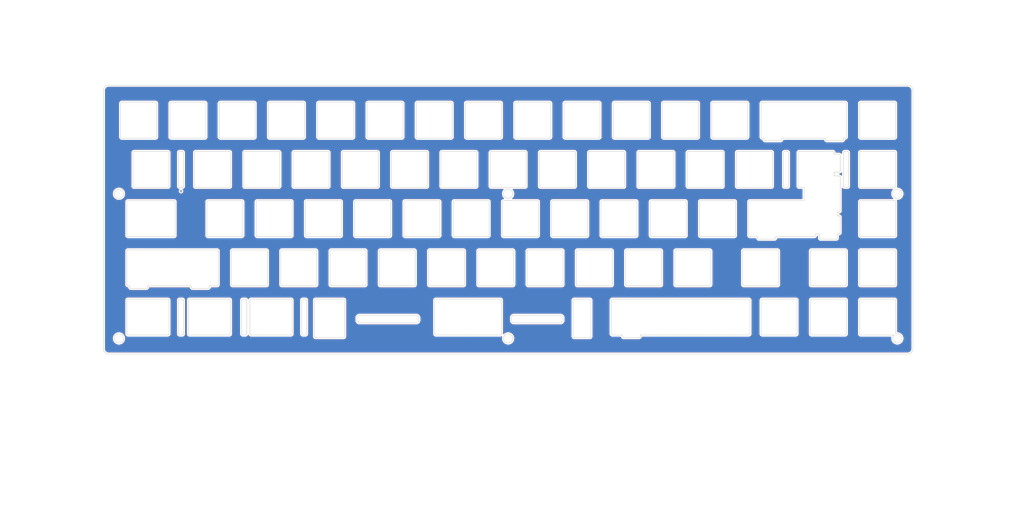
<source format=kicad_pcb>
(kicad_pcb (version 20171130) (host pcbnew "(5.1.10-6-gecec324121)-1")
  (layers (0 F.Cu signal) (31 B.Cu signal) (34 B.Paste user) (35 F.Paste user) (36 B.SilkS user) (37 F.SilkS user) (38 B.Mask user) (39 F.Mask user) (44 Edge.Cuts user))
  (net 0 "")
  (module "graphics:12x10logo solder" (layer F.Cu) (at 110.8 83.25)
    (fp_text reference G*** hide)
    (fp_text value LOGO hide)
  )
  (gr_arc (start 158.75 91) (end 157.75 91) (angle -90) (layer Edge.Cuts) (width 0.2))
  (gr_line (start 177.75 90) (end 177.75 91) (layer Edge.Cuts) (width 0.2))
  (gr_line (start 157.75 91) (end 157.75 90) (layer Edge.Cuts) (width 0.2))
  (gr_line (start 176.75 92) (end 158.75 92) (layer Edge.Cuts) (width 0.2))
  (gr_arc (start 176.75 90) (end 177.75 90) (angle -90) (layer Edge.Cuts) (width 0.2))
  (gr_arc (start 158.75 90) (end 158.75 89) (angle -90) (layer Edge.Cuts) (width 0.2))
  (gr_line (start 158.75 89) (end 176.75 89) (layer Edge.Cuts) (width 0.2))
  (gr_arc (start 176.75 91) (end 176.75 92) (angle -90) (layer Edge.Cuts) (width 0.2))
  (gr_arc (start 121 90) (end 122 90) (angle -90) (layer Edge.Cuts) (width 0.2))
  (gr_arc (start 121 91) (end 121 92) (angle -90) (layer Edge.Cuts) (width 0.2))
  (gr_arc (start 99 91) (end 98 91) (angle -90) (layer Edge.Cuts) (width 0.2))
  (gr_arc (start 99 90) (end 99 89) (angle -90) (layer Edge.Cuts) (width 0.2))
  (gr_line (start 98 91) (end 98 90) (layer Edge.Cuts) (width 0.2))
  (gr_line (start 121 92) (end 99 92) (layer Edge.Cuts) (width 0.2))
  (gr_line (start 122 90) (end 122 91) (layer Edge.Cuts) (width 0.2))
  (gr_line (start 99 89) (end 121 89) (layer Edge.Cuts) (width 0.2))
  (gr_arc (start 307 98) (end 305.7 96.725) (angle -334.6295508) (layer Edge.Cuts) (width 0.2))
  (gr_circle (center 307 42) (end 308.8 42) (layer Edge.Cuts) (width 0.2))
  (gr_circle (center 156.5 42) (end 158.3 42) (layer Edge.Cuts) (width 0.2))
  (gr_circle (center 156.5 98) (end 158.3 98) (layer Edge.Cuts) (width 0.2))
  (gr_circle (center 6 98) (end 7.8 98) (layer Edge.Cuts) (width 0.2))
  (gr_circle (center 6 42) (end 7.8 42) (layer Edge.Cuts) (width 0.2))
  (gr_arc (start 140.475 20.025) (end 139.975 20.025) (angle -90) (layer Edge.Cuts) (width 0.2))
  (gr_line (start 134.424999 6.525) (end 121.425 6.525) (layer Edge.Cuts) (width 0.2))
  (gr_arc (start 115.375 7.025) (end 115.875 7.025) (angle -90) (layer Edge.Cuts) (width 0.2))
  (gr_arc (start 134.424999 7.025) (end 134.924999 7.025) (angle -90) (layer Edge.Cuts) (width 0.2))
  (gr_arc (start 134.424999 20.025) (end 134.424999 20.525) (angle -90) (layer Edge.Cuts) (width 0.2))
  (gr_arc (start 121.425 20.025) (end 120.925 20.025) (angle -90) (layer Edge.Cuts) (width 0.2))
  (gr_line (start 101.875 7.025) (end 101.875 20.025) (layer Edge.Cuts) (width 0.2))
  (gr_line (start 115.875 20.025) (end 115.875 7.025) (layer Edge.Cuts) (width 0.2))
  (gr_line (start 96.825 20.025) (end 96.825 7.025) (layer Edge.Cuts) (width 0.2))
  (gr_arc (start 115.375 20.025) (end 115.375 20.525) (angle -90) (layer Edge.Cuts) (width 0.2))
  (gr_arc (start 102.375 20.025) (end 101.875 20.025) (angle -90) (layer Edge.Cuts) (width 0.2))
  (gr_line (start 134.924999 20.025) (end 134.924999 7.025) (layer Edge.Cuts) (width 0.2))
  (gr_line (start 115.375 6.525) (end 102.375 6.525) (layer Edge.Cuts) (width 0.2))
  (gr_arc (start 153.475 7.025) (end 153.975 7.025) (angle -90) (layer Edge.Cuts) (width 0.2))
  (gr_line (start 102.375 20.525) (end 115.375 20.525) (layer Edge.Cuts) (width 0.2))
  (gr_arc (start 102.375 7.025) (end 102.375 6.525) (angle -90) (layer Edge.Cuts) (width 0.2))
  (gr_line (start 120.925 7.025) (end 120.925 20.025) (layer Edge.Cuts) (width 0.2))
  (gr_arc (start 153.475 20.025) (end 153.475 20.525) (angle -90) (layer Edge.Cuts) (width 0.2))
  (gr_line (start 121.425 20.525) (end 134.424999 20.525) (layer Edge.Cuts) (width 0.2))
  (gr_line (start 82.825 7.025) (end 82.825 20.025) (layer Edge.Cuts) (width 0.2))
  (gr_arc (start 121.425 7.025) (end 121.425 6.525) (angle -90) (layer Edge.Cuts) (width 0.2))
  (gr_line (start 96.325 6.525) (end 83.325 6.525) (layer Edge.Cuts) (width 0.2))
  (gr_arc (start 140.475 7.025) (end 140.475 6.525) (angle -90) (layer Edge.Cuts) (width 0.2))
  (gr_line (start 292.375 26.075) (end 292.375 39.075) (layer Edge.Cuts) (width 0.2))
  (gr_arc (start 59.5125 58.125) (end 59.0125 58.125) (angle -90) (layer Edge.Cuts) (width 0.2))
  (gr_arc (start 9.50625 45.125) (end 9.50625 44.625) (angle -90) (layer Edge.Cuts) (width 0.2))
  (gr_line (start 39.9625 45.125) (end 39.9625 58.125) (layer Edge.Cuts) (width 0.2))
  (gr_line (start 53.9625 58.125) (end 53.9625 45.125) (layer Edge.Cuts) (width 0.2))
  (gr_arc (start 305.875 26.075) (end 306.375 26.075) (angle -90) (layer Edge.Cuts) (width 0.2))
  (gr_line (start 275.41875 57.538) (end 276.85675 57.538) (layer Edge.Cuts) (width 0.2))
  (gr_line (start 53.4625 44.625) (end 40.4625 44.625) (layer Edge.Cuts) (width 0.2))
  (gr_arc (start 284.44375 57.038) (end 284.44375 57.538) (angle -90) (layer Edge.Cuts) (width 0.2))
  (gr_line (start 284.94375 57.038) (end 284.94375 51.037999) (layer Edge.Cuts) (width 0.2))
  (gr_line (start 40.4625 58.625) (end 53.4625 58.625) (layer Edge.Cuts) (width 0.2))
  (gr_arc (start 40.4625 45.125) (end 40.4625 44.625) (angle -90) (layer Edge.Cuts) (width 0.2))
  (gr_arc (start 53.4625 45.125) (end 53.9625 45.125) (angle -90) (layer Edge.Cuts) (width 0.2))
  (gr_arc (start 53.4625 58.125) (end 53.4625 58.625) (angle -90) (layer Edge.Cuts) (width 0.2))
  (gr_line (start 292.875 39.575) (end 305.875 39.575) (layer Edge.Cuts) (width 0.2))
  (gr_line (start 284.44375 50.537999) (end 283.85675 50.537999) (layer Edge.Cuts) (width 0.2))
  (gr_arc (start 40.4625 58.125) (end 39.9625 58.125) (angle -90) (layer Edge.Cuts) (width 0.2))
  (gr_line (start 9.00625 45.125) (end 9.00625 58.125) (layer Edge.Cuts) (width 0.2))
  (gr_line (start 9.50625 58.625) (end 14.26875 58.625) (layer Edge.Cuts) (width 0.2))
  (gr_line (start 283.85675 49.1) (end 284.44375 49.1) (layer Edge.Cuts) (width 0.2))
  (gr_line (start 305.875 25.575) (end 292.875 25.575) (layer Edge.Cuts) (width 0.2))
  (gr_line (start 14.26875 58.625) (end 22.50625 58.625) (layer Edge.Cuts) (width 0.2))
  (gr_line (start 22.50625 58.625) (end 27.26875 58.625) (layer Edge.Cuts) (width 0.2))
  (gr_line (start 284.44375 26.662) (end 282.5625 26.662) (layer Edge.Cuts) (width 0.2))
  (gr_line (start 306.375 39.075) (end 306.375 26.075) (layer Edge.Cuts) (width 0.2))
  (gr_line (start 284.94375 33.162) (end 284.94375 27.162) (layer Edge.Cuts) (width 0.2))
  (gr_line (start 284.44375 35.1) (end 282.5625 35.1) (layer Edge.Cuts) (width 0.2))
  (gr_arc (start 284.44375 33.162) (end 284.44375 33.662) (angle -90) (layer Edge.Cuts) (width 0.2))
  (gr_line (start 283.85675 57.538) (end 284.44375 57.538) (layer Edge.Cuts) (width 0.2))
  (gr_line (start 27.76875 58.125) (end 27.76875 45.125) (layer Edge.Cuts) (width 0.2))
  (gr_line (start 22.50625 44.625) (end 14.26875 44.625) (layer Edge.Cuts) (width 0.2))
  (gr_arc (start 292.875 39.075) (end 292.375 39.075) (angle -90) (layer Edge.Cuts) (width 0.2))
  (gr_arc (start 284.44375 51.037999) (end 284.94375 51.037999) (angle -90) (layer Edge.Cuts) (width 0.2))
  (gr_line (start 270.94375 39.575) (end 270.94375 44.625) (layer Edge.Cuts) (width 0.2))
  (gr_line (start 284.94375 48.6) (end 284.94375 35.6) (layer Edge.Cuts) (width 0.2))
  (gr_line (start 14.26875 44.625) (end 9.50625 44.625) (layer Edge.Cuts) (width 0.2))
  (gr_arc (start 9.50625 58.125) (end 9.00625 58.125) (angle -90) (layer Edge.Cuts) (width 0.2))
  (gr_arc (start 292.875 26.075) (end 292.875 25.575) (angle -90) (layer Edge.Cuts) (width 0.2))
  (gr_line (start 27.26875 44.625) (end 22.50625 44.625) (layer Edge.Cuts) (width 0.2))
  (gr_arc (start 27.26875 45.125) (end 27.76875 45.125) (angle -90) (layer Edge.Cuts) (width 0.2))
  (gr_line (start 282.5625 33.662) (end 284.44375 33.662) (layer Edge.Cuts) (width 0.2))
  (gr_arc (start 27.26875 58.125) (end 27.26875 58.625) (angle -90) (layer Edge.Cuts) (width 0.2))
  (gr_arc (start 305.875 39.075) (end 305.875 39.575) (angle -90) (layer Edge.Cuts) (width 0.2))
  (gr_arc (start 284.44375 27.162) (end 284.94375 27.162) (angle -90) (layer Edge.Cuts) (width 0.2))
  (gr_line (start 258.25 25.575) (end 245.25 25.575) (layer Edge.Cuts) (width 0.2))
  (gr_arc (start 239.2 39.075) (end 239.2 39.575) (angle -90) (layer Edge.Cuts) (width 0.2))
  (gr_line (start 287.6625 25.575) (end 286.6625 25.575) (layer Edge.Cuts) (width 0.2))
  (gr_arc (start 286.6625 39.075) (end 286.1625 39.075) (angle -90) (layer Edge.Cuts) (width 0.2))
  (gr_arc (start 263.4625 39.075) (end 262.9625 39.075) (angle -90) (layer Edge.Cuts) (width 0.2))
  (gr_line (start 239.7 39.075) (end 239.7 26.075) (layer Edge.Cuts) (width 0.2))
  (gr_arc (start 226.2 26.075) (end 226.2 25.575) (angle -90) (layer Edge.Cuts) (width 0.2))
  (gr_line (start 264.9625 39.075) (end 264.9625 26.075) (layer Edge.Cuts) (width 0.2))
  (gr_line (start 239.2 25.575) (end 226.2 25.575) (layer Edge.Cuts) (width 0.2))
  (gr_arc (start 287.6625 39.075) (end 287.6625 39.575) (angle -90) (layer Edge.Cuts) (width 0.2))
  (gr_line (start 269.062499 39.575) (end 270.94375 39.575) (layer Edge.Cuts) (width 0.2))
  (gr_arc (start 287.6625 26.075) (end 288.1625 26.075) (angle -90) (layer Edge.Cuts) (width 0.2))
  (gr_line (start 282.5625 26.662) (end 282.5625 26.075) (layer Edge.Cuts) (width 0.2))
  (gr_line (start 262.9625 26.075) (end 262.9625 39.075) (layer Edge.Cuts) (width 0.2))
  (gr_line (start 264.4625 25.575) (end 263.4625 25.575) (layer Edge.Cuts) (width 0.2))
  (gr_line (start 244.75 26.075) (end 244.75 39.075) (layer Edge.Cuts) (width 0.2))
  (gr_line (start 245.25 39.575) (end 258.25 39.575) (layer Edge.Cuts) (width 0.2))
  (gr_arc (start 226.2 39.075) (end 225.7 39.075) (angle -90) (layer Edge.Cuts) (width 0.2))
  (gr_line (start 226.2 39.575) (end 239.2 39.575) (layer Edge.Cuts) (width 0.2))
  (gr_arc (start 245.25 39.075) (end 244.75 39.075) (angle -90) (layer Edge.Cuts) (width 0.2))
  (gr_arc (start 264.4625 39.075) (end 264.4625 39.575) (angle -90) (layer Edge.Cuts) (width 0.2))
  (gr_line (start 268.562499 26.075) (end 268.562499 39.075) (layer Edge.Cuts) (width 0.2))
  (gr_line (start 225.7 26.075) (end 225.7 39.075) (layer Edge.Cuts) (width 0.2))
  (gr_line (start 220.15 25.575) (end 207.15 25.575) (layer Edge.Cuts) (width 0.2))
  (gr_arc (start 269.062499 39.075) (end 268.562499 39.075) (angle -90) (layer Edge.Cuts) (width 0.2))
  (gr_arc (start 284.44375 35.6) (end 284.94375 35.6) (angle -90) (layer Edge.Cuts) (width 0.2))
  (gr_line (start 263.4625 39.575) (end 264.4625 39.575) (layer Edge.Cuts) (width 0.2))
  (gr_line (start 286.6625 39.575) (end 287.6625 39.575) (layer Edge.Cuts) (width 0.2))
  (gr_arc (start 284.44375 48.6) (end 284.44375 49.1) (angle -90) (layer Edge.Cuts) (width 0.2))
  (gr_line (start 286.1625 26.075) (end 286.1625 39.075) (layer Edge.Cuts) (width 0.2))
  (gr_line (start 288.1625 39.075) (end 288.1625 26.075) (layer Edge.Cuts) (width 0.2))
  (gr_arc (start 264.4625 26.075) (end 264.9625 26.075) (angle -90) (layer Edge.Cuts) (width 0.2))
  (gr_line (start 282.5625 35.1) (end 282.5625 33.662) (layer Edge.Cuts) (width 0.2))
  (gr_arc (start 239.2 26.075) (end 239.7 26.075) (angle -90) (layer Edge.Cuts) (width 0.2))
  (gr_line (start 220.65 39.075) (end 220.65 26.075) (layer Edge.Cuts) (width 0.2))
  (gr_line (start 207.15 39.575) (end 220.15 39.575) (layer Edge.Cuts) (width 0.2))
  (gr_arc (start 286.6625 26.075) (end 286.6625 25.575) (angle -90) (layer Edge.Cuts) (width 0.2))
  (gr_arc (start 269.062499 26.075) (end 269.062499 25.575) (angle -90) (layer Edge.Cuts) (width 0.2))
  (gr_arc (start 263.4625 26.075) (end 263.4625 25.575) (angle -90) (layer Edge.Cuts) (width 0.2))
  (gr_line (start 282.0625 25.575) (end 269.062499 25.575) (layer Edge.Cuts) (width 0.2))
  (gr_arc (start 245.25 26.075) (end 245.25 25.575) (angle -90) (layer Edge.Cuts) (width 0.2))
  (gr_arc (start 258.25 39.075) (end 258.25 39.575) (angle -90) (layer Edge.Cuts) (width 0.2))
  (gr_line (start 206.65 26.075) (end 206.65 39.075) (layer Edge.Cuts) (width 0.2))
  (gr_arc (start 282.0625 26.075) (end 282.5625 26.075) (angle -90) (layer Edge.Cuts) (width 0.2))
  (gr_arc (start 258.25 26.075) (end 258.75 26.075) (angle -90) (layer Edge.Cuts) (width 0.2))
  (gr_line (start 258.75 39.075) (end 258.75 26.075) (layer Edge.Cuts) (width 0.2))
  (gr_arc (start 169.05 26.075) (end 169.05 25.575) (angle -90) (layer Edge.Cuts) (width 0.2))
  (gr_arc (start 150 39.075) (end 149.5 39.075) (angle -90) (layer Edge.Cuts) (width 0.2))
  (gr_line (start 149.5 26.075) (end 149.5 39.075) (layer Edge.Cuts) (width 0.2))
  (gr_arc (start 150 26.075) (end 150 25.575) (angle -90) (layer Edge.Cuts) (width 0.2))
  (gr_arc (start 130.95 39.075) (end 130.45 39.075) (angle -90) (layer Edge.Cuts) (width 0.2))
  (gr_arc (start 163 26.075) (end 163.5 26.075) (angle -90) (layer Edge.Cuts) (width 0.2))
  (gr_line (start 111.9 39.575) (end 124.9 39.575) (layer Edge.Cuts) (width 0.2))
  (gr_line (start 92.35 26.075) (end 92.35 39.075) (layer Edge.Cuts) (width 0.2))
  (gr_line (start 130.95 39.575) (end 143.95 39.575) (layer Edge.Cuts) (width 0.2))
  (gr_arc (start 111.9 39.075) (end 111.4 39.075) (angle -90) (layer Edge.Cuts) (width 0.2))
  (gr_line (start 188.1 39.575) (end 201.1 39.575) (layer Edge.Cuts) (width 0.2))
  (gr_arc (start 220.15 26.075) (end 220.65 26.075) (angle -90) (layer Edge.Cuts) (width 0.2))
  (gr_arc (start 201.1 26.075) (end 201.6 26.075) (angle -90) (layer Edge.Cuts) (width 0.2))
  (gr_arc (start 201.1 39.075) (end 201.1 39.575) (angle -90) (layer Edge.Cuts) (width 0.2))
  (gr_line (start 130.45 26.075) (end 130.45 39.075) (layer Edge.Cuts) (width 0.2))
  (gr_line (start 182.55 39.075) (end 182.55 26.075) (layer Edge.Cuts) (width 0.2))
  (gr_line (start 169.05 39.575) (end 182.05 39.575) (layer Edge.Cuts) (width 0.2))
  (gr_arc (start 182.05 26.075) (end 182.55 26.075) (angle -90) (layer Edge.Cuts) (width 0.2))
  (gr_line (start 163.5 39.075) (end 163.5 26.075) (layer Edge.Cuts) (width 0.2))
  (gr_line (start 144.45 39.075) (end 144.45 26.075) (layer Edge.Cuts) (width 0.2))
  (gr_arc (start 143.95 39.075) (end 143.95 39.575) (angle -90) (layer Edge.Cuts) (width 0.2))
  (gr_arc (start 130.95 26.075) (end 130.95 25.575) (angle -90) (layer Edge.Cuts) (width 0.2))
  (gr_arc (start 111.9 26.075) (end 111.9 25.575) (angle -90) (layer Edge.Cuts) (width 0.2))
  (gr_line (start 150 39.575) (end 163 39.575) (layer Edge.Cuts) (width 0.2))
  (gr_line (start 111.4 26.075) (end 111.4 39.075) (layer Edge.Cuts) (width 0.2))
  (gr_arc (start 124.9 39.075) (end 124.9 39.575) (angle -90) (layer Edge.Cuts) (width 0.2))
  (gr_arc (start 220.15 39.075) (end 220.15 39.575) (angle -90) (layer Edge.Cuts) (width 0.2))
  (gr_arc (start 182.05 39.075) (end 182.05 39.575) (angle -90) (layer Edge.Cuts) (width 0.2))
  (gr_line (start 125.4 39.075) (end 125.4 26.075) (layer Edge.Cuts) (width 0.2))
  (gr_line (start 201.1 25.575) (end 188.1 25.575) (layer Edge.Cuts) (width 0.2))
  (gr_line (start 201.6 39.075) (end 201.6 26.075) (layer Edge.Cuts) (width 0.2))
  (gr_arc (start 188.1 26.075) (end 188.1 25.575) (angle -90) (layer Edge.Cuts) (width 0.2))
  (gr_line (start 187.6 26.075) (end 187.6 39.075) (layer Edge.Cuts) (width 0.2))
  (gr_arc (start 188.1 39.075) (end 187.6 39.075) (angle -90) (layer Edge.Cuts) (width 0.2))
  (gr_arc (start 163 39.075) (end 163 39.575) (angle -90) (layer Edge.Cuts) (width 0.2))
  (gr_line (start 106.35 39.075) (end 106.35 26.075) (layer Edge.Cuts) (width 0.2))
  (gr_line (start 182.05 25.575) (end 169.05 25.575) (layer Edge.Cuts) (width 0.2))
  (gr_arc (start 169.05 39.075) (end 168.55 39.075) (angle -90) (layer Edge.Cuts) (width 0.2))
  (gr_arc (start 143.95 26.075) (end 144.45 26.075) (angle -90) (layer Edge.Cuts) (width 0.2))
  (gr_line (start 143.95 25.575) (end 130.95 25.575) (layer Edge.Cuts) (width 0.2))
  (gr_line (start 163 25.575) (end 150 25.575) (layer Edge.Cuts) (width 0.2))
  (gr_line (start 124.9 25.575) (end 111.9 25.575) (layer Edge.Cuts) (width 0.2))
  (gr_arc (start 124.9 26.075) (end 125.4 26.075) (angle -90) (layer Edge.Cuts) (width 0.2))
  (gr_arc (start 207.15 26.075) (end 207.15 25.575) (angle -90) (layer Edge.Cuts) (width 0.2))
  (gr_arc (start 207.15 39.075) (end 206.65 39.075) (angle -90) (layer Edge.Cuts) (width 0.2))
  (gr_line (start 168.55 26.075) (end 168.55 39.075) (layer Edge.Cuts) (width 0.2))
  (gr_line (start 197.125 7.025) (end 197.125 20.025) (layer Edge.Cuts) (width 0.2))
  (gr_arc (start 248.725 20.025) (end 248.725 20.525) (angle -90) (layer Edge.Cuts) (width 0.2))
  (gr_line (start 235.725 20.525) (end 248.725 20.525) (layer Edge.Cuts) (width 0.2))
  (gr_arc (start 235.725 20.025) (end 235.225 20.025) (angle -90) (layer Edge.Cuts) (width 0.2))
  (gr_line (start 216.175 7.025) (end 216.175 20.025) (layer Edge.Cuts) (width 0.2))
  (gr_line (start 230.175 20.025) (end 230.175 7.025) (layer Edge.Cuts) (width 0.2))
  (gr_arc (start 216.675 7.025) (end 216.675 6.525) (angle -90) (layer Edge.Cuts) (width 0.2))
  (gr_line (start 211.125 20.025) (end 211.125 7.025) (layer Edge.Cuts) (width 0.2))
  (gr_arc (start 216.675 20.025) (end 216.175 20.025) (angle -90) (layer Edge.Cuts) (width 0.2))
  (gr_line (start 216.675 20.525) (end 229.675 20.525) (layer Edge.Cuts) (width 0.2))
  (gr_arc (start 229.675 7.025) (end 230.175 7.025) (angle -90) (layer Edge.Cuts) (width 0.2))
  (gr_line (start 210.625 6.525) (end 197.625 6.525) (layer Edge.Cuts) (width 0.2))
  (gr_arc (start 229.675 20.025) (end 229.675 20.525) (angle -90) (layer Edge.Cuts) (width 0.2))
  (gr_arc (start 197.625 7.025) (end 197.625 6.525) (angle -90) (layer Edge.Cuts) (width 0.2))
  (gr_line (start 235.225 7.025) (end 235.225 20.025) (layer Edge.Cuts) (width 0.2))
  (gr_line (start 197.625 20.525) (end 210.625 20.525) (layer Edge.Cuts) (width 0.2))
  (gr_line (start 229.675 6.525) (end 216.675 6.525) (layer Edge.Cuts) (width 0.2))
  (gr_arc (start 254.775 7.025) (end 254.775 6.525) (angle -90) (layer Edge.Cuts) (width 0.2))
  (gr_arc (start 254.775 20.025) (end 254.275 20.025) (angle -90) (layer Edge.Cuts) (width 0.2))
  (gr_line (start 249.225 20.025) (end 249.225 7.025) (layer Edge.Cuts) (width 0.2))
  (gr_arc (start 248.725 7.025) (end 249.225 7.025) (angle -90) (layer Edge.Cuts) (width 0.2))
  (gr_line (start 248.725 6.525) (end 235.725 6.525) (layer Edge.Cuts) (width 0.2))
  (gr_arc (start 235.725 7.025) (end 235.725 6.525) (angle -90) (layer Edge.Cuts) (width 0.2))
  (gr_arc (start 224.9125 45.125) (end 225.4125 45.125) (angle -90) (layer Edge.Cuts) (width 0.2))
  (gr_line (start 230.4625 45.125) (end 230.4625 58.125) (layer Edge.Cuts) (width 0.2))
  (gr_line (start 243.9625 44.625) (end 230.9625 44.625) (layer Edge.Cuts) (width 0.2))
  (gr_line (start 230.9625 58.625) (end 243.9625 58.625) (layer Edge.Cuts) (width 0.2))
  (gr_line (start 224.9125 44.625) (end 211.9125 44.625) (layer Edge.Cuts) (width 0.2))
  (gr_line (start 225.4125 58.125) (end 225.4125 45.125) (layer Edge.Cuts) (width 0.2))
  (gr_line (start 270.94375 44.625) (end 263.0125 44.625) (layer Edge.Cuts) (width 0.2))
  (gr_line (start 263.0125 58.625) (end 274.91875 58.625) (layer Edge.Cuts) (width 0.2))
  (gr_arc (start 243.9625 58.125) (end 243.9625 58.625) (angle -90) (layer Edge.Cuts) (width 0.2))
  (gr_line (start 211.9125 58.625) (end 224.9125 58.625) (layer Edge.Cuts) (width 0.2))
  (gr_arc (start 243.9625 45.125) (end 244.4625 45.125) (angle -90) (layer Edge.Cuts) (width 0.2))
  (gr_line (start 211.4125 45.125) (end 211.4125 58.125) (layer Edge.Cuts) (width 0.2))
  (gr_line (start 252.98075 58.625) (end 252.98075 59.125) (layer Edge.Cuts) (width 0.2))
  (gr_line (start 259.98075 59.125) (end 259.98075 58.625) (layer Edge.Cuts) (width 0.2))
  (gr_line (start 259.48075 44.625) (end 253.48075 44.625) (layer Edge.Cuts) (width 0.2))
  (gr_arc (start 230.9625 45.125) (end 230.9625 44.625) (angle -90) (layer Edge.Cuts) (width 0.2))
  (gr_line (start 253.48075 59.625) (end 259.48075 59.625) (layer Edge.Cuts) (width 0.2))
  (gr_arc (start 259.48075 59.125) (end 259.48075 59.625) (angle -90) (layer Edge.Cuts) (width 0.2))
  (gr_arc (start 253.48075 59.125) (end 252.98075 59.125) (angle -90) (layer Edge.Cuts) (width 0.2))
  (gr_line (start 275.41875 58.125) (end 275.41875 57.538) (layer Edge.Cuts) (width 0.2))
  (gr_line (start 263.0125 44.625) (end 261.91875 44.625) (layer Edge.Cuts) (width 0.2))
  (gr_line (start 261.91875 58.625) (end 263.0125 58.625) (layer Edge.Cuts) (width 0.2))
  (gr_arc (start 224.9125 58.125) (end 224.9125 58.625) (angle -90) (layer Edge.Cuts) (width 0.2))
  (gr_arc (start 274.91875 58.125) (end 274.91875 58.625) (angle -90) (layer Edge.Cuts) (width 0.2))
  (gr_arc (start 230.9625 58.125) (end 230.4625 58.125) (angle -90) (layer Edge.Cuts) (width 0.2))
  (gr_line (start 244.4625 58.125) (end 244.4625 45.125) (layer Edge.Cuts) (width 0.2))
  (gr_arc (start 211.9125 45.125) (end 211.9125 44.625) (angle -90) (layer Edge.Cuts) (width 0.2))
  (gr_line (start 186.8125 44.625) (end 173.8125 44.625) (layer Edge.Cuts) (width 0.2))
  (gr_line (start 173.8125 58.625) (end 186.8125 58.625) (layer Edge.Cuts) (width 0.2))
  (gr_arc (start 129.6625 58.125) (end 129.6625 58.625) (angle -90) (layer Edge.Cuts) (width 0.2))
  (gr_arc (start 173.8125 45.125) (end 173.8125 44.625) (angle -90) (layer Edge.Cuts) (width 0.2))
  (gr_arc (start 186.8125 45.125) (end 187.3125 45.125) (angle -90) (layer Edge.Cuts) (width 0.2))
  (gr_arc (start 186.8125 58.125) (end 186.8125 58.625) (angle -90) (layer Edge.Cuts) (width 0.2))
  (gr_line (start 135.7125 58.625) (end 148.7125 58.625) (layer Edge.Cuts) (width 0.2))
  (gr_line (start 154.2625 45.125) (end 154.2625 58.125) (layer Edge.Cuts) (width 0.2))
  (gr_arc (start 135.7125 58.125) (end 135.2125 58.125) (angle -90) (layer Edge.Cuts) (width 0.2))
  (gr_arc (start 116.6625 45.125) (end 116.6625 44.625) (angle -90) (layer Edge.Cuts) (width 0.2))
  (gr_line (start 78.0625 45.125) (end 78.0625 58.125) (layer Edge.Cuts) (width 0.2))
  (gr_arc (start 154.7625 58.125) (end 154.2625 58.125) (angle -90) (layer Edge.Cuts) (width 0.2))
  (gr_line (start 116.6625 58.625) (end 129.6625 58.625) (layer Edge.Cuts) (width 0.2))
  (gr_line (start 72.5125 44.625) (end 59.5125 44.625) (layer Edge.Cuts) (width 0.2))
  (gr_line (start 167.7625 44.625) (end 154.7625 44.625) (layer Edge.Cuts) (width 0.2))
  (gr_arc (start 110.6125 45.125) (end 111.1125 45.125) (angle -90) (layer Edge.Cuts) (width 0.2))
  (gr_arc (start 78.5625 58.125) (end 78.0625 58.125) (angle -90) (layer Edge.Cuts) (width 0.2))
  (gr_arc (start 116.6625 58.125) (end 116.1625 58.125) (angle -90) (layer Edge.Cuts) (width 0.2))
  (gr_line (start 97.6125 58.625) (end 110.6125 58.625) (layer Edge.Cuts) (width 0.2))
  (gr_line (start 92.0625 58.125) (end 92.0625 45.125) (layer Edge.Cuts) (width 0.2))
  (gr_arc (start 72.5125 45.125) (end 73.0125 45.125) (angle -90) (layer Edge.Cuts) (width 0.2))
  (gr_arc (start 154.7625 45.125) (end 154.7625 44.625) (angle -90) (layer Edge.Cuts) (width 0.2))
  (gr_line (start 135.2125 45.125) (end 135.2125 58.125) (layer Edge.Cuts) (width 0.2))
  (gr_arc (start 78.5625 45.125) (end 78.5625 44.625) (angle -90) (layer Edge.Cuts) (width 0.2))
  (gr_arc (start 97.6125 45.125) (end 97.6125 44.625) (angle -90) (layer Edge.Cuts) (width 0.2))
  (gr_arc (start 72.5125 58.125) (end 72.5125 58.625) (angle -90) (layer Edge.Cuts) (width 0.2))
  (gr_line (start 148.7125 44.625) (end 135.7125 44.625) (layer Edge.Cuts) (width 0.2))
  (gr_line (start 59.0125 45.125) (end 59.0125 58.125) (layer Edge.Cuts) (width 0.2))
  (gr_line (start 116.1625 45.125) (end 116.1625 58.125) (layer Edge.Cuts) (width 0.2))
  (gr_line (start 78.5625 58.625) (end 91.5625 58.625) (layer Edge.Cuts) (width 0.2))
  (gr_line (start 97.1125 45.125) (end 97.1125 58.125) (layer Edge.Cuts) (width 0.2))
  (gr_line (start 91.5625 44.625) (end 78.5625 44.625) (layer Edge.Cuts) (width 0.2))
  (gr_line (start 168.2625 58.125) (end 168.2625 45.125) (layer Edge.Cuts) (width 0.2))
  (gr_arc (start 135.7125 45.125) (end 135.7125 44.625) (angle -90) (layer Edge.Cuts) (width 0.2))
  (gr_arc (start 167.7625 45.125) (end 168.2625 45.125) (angle -90) (layer Edge.Cuts) (width 0.2))
  (gr_line (start 129.6625 44.625) (end 116.6625 44.625) (layer Edge.Cuts) (width 0.2))
  (gr_arc (start 148.7125 45.125) (end 149.2125 45.125) (angle -90) (layer Edge.Cuts) (width 0.2))
  (gr_line (start 110.6125 44.625) (end 97.6125 44.625) (layer Edge.Cuts) (width 0.2))
  (gr_arc (start 91.5625 45.125) (end 92.0625 45.125) (angle -90) (layer Edge.Cuts) (width 0.2))
  (gr_line (start 73.0125 58.125) (end 73.0125 45.125) (layer Edge.Cuts) (width 0.2))
  (gr_arc (start 59.5125 45.125) (end 59.5125 44.625) (angle -90) (layer Edge.Cuts) (width 0.2))
  (gr_arc (start 110.6125 58.125) (end 110.6125 58.625) (angle -90) (layer Edge.Cuts) (width 0.2))
  (gr_line (start 111.1125 58.125) (end 111.1125 45.125) (layer Edge.Cuts) (width 0.2))
  (gr_line (start 59.5125 58.625) (end 72.5125 58.625) (layer Edge.Cuts) (width 0.2))
  (gr_line (start 154.7625 58.625) (end 167.7625 58.625) (layer Edge.Cuts) (width 0.2))
  (gr_arc (start 91.5625 58.125) (end 91.5625 58.625) (angle -90) (layer Edge.Cuts) (width 0.2))
  (gr_arc (start 211.9125 58.125) (end 211.4125 58.125) (angle -90) (layer Edge.Cuts) (width 0.2))
  (gr_line (start 192.3625 45.125) (end 192.3625 58.125) (layer Edge.Cuts) (width 0.2))
  (gr_arc (start 129.6625 45.125) (end 130.1625 45.125) (angle -90) (layer Edge.Cuts) (width 0.2))
  (gr_arc (start 97.6125 58.125) (end 97.1125 58.125) (angle -90) (layer Edge.Cuts) (width 0.2))
  (gr_line (start 206.3625 58.125) (end 206.3625 45.125) (layer Edge.Cuts) (width 0.2))
  (gr_line (start 205.8625 44.625) (end 192.8625 44.625) (layer Edge.Cuts) (width 0.2))
  (gr_line (start 149.2125 58.125) (end 149.2125 45.125) (layer Edge.Cuts) (width 0.2))
  (gr_line (start 192.8625 58.625) (end 205.8625 58.625) (layer Edge.Cuts) (width 0.2))
  (gr_arc (start 167.7625 58.125) (end 167.7625 58.625) (angle -90) (layer Edge.Cuts) (width 0.2))
  (gr_arc (start 192.8625 45.125) (end 192.8625 44.625) (angle -90) (layer Edge.Cuts) (width 0.2))
  (gr_arc (start 205.8625 45.125) (end 206.3625 45.125) (angle -90) (layer Edge.Cuts) (width 0.2))
  (gr_arc (start 148.7125 58.125) (end 148.7125 58.625) (angle -90) (layer Edge.Cuts) (width 0.2))
  (gr_arc (start 205.8625 58.125) (end 205.8625 58.625) (angle -90) (layer Edge.Cuts) (width 0.2))
  (gr_line (start 130.1625 58.125) (end 130.1625 45.125) (layer Edge.Cuts) (width 0.2))
  (gr_arc (start 173.8125 58.125) (end 173.3125 58.125) (angle -90) (layer Edge.Cuts) (width 0.2))
  (gr_arc (start 192.8625 58.125) (end 192.3625 58.125) (angle -90) (layer Edge.Cuts) (width 0.2))
  (gr_line (start 173.3125 45.125) (end 173.3125 58.125) (layer Edge.Cuts) (width 0.2))
  (gr_line (start 187.3125 58.125) (end 187.3125 45.125) (layer Edge.Cuts) (width 0.2))
  (gr_arc (start 67.75 39.075) (end 67.75 39.575) (angle -90) (layer Edge.Cuts) (width 0.2))
  (gr_arc (start 48.7 39.075) (end 48.7 39.575) (angle -90) (layer Edge.Cuts) (width 0.2))
  (gr_line (start 54.75 39.575) (end 67.75 39.575) (layer Edge.Cuts) (width 0.2))
  (gr_arc (start 73.8 39.075) (end 73.3 39.075) (angle -90) (layer Edge.Cuts) (width 0.2))
  (gr_arc (start 67.75 26.075) (end 68.25 26.075) (angle -90) (layer Edge.Cuts) (width 0.2))
  (gr_line (start 67.75 25.575) (end 54.75 25.575) (layer Edge.Cuts) (width 0.2))
  (gr_arc (start 30.4875 39.075) (end 30.4875 39.575) (angle -90) (layer Edge.Cuts) (width 0.2))
  (gr_line (start 29.4875 39.575) (end 30.4875 39.575) (layer Edge.Cuts) (width 0.2))
  (gr_line (start 105.85 25.575) (end 92.85 25.575) (layer Edge.Cuts) (width 0.2))
  (gr_arc (start 92.85 39.075) (end 92.35 39.075) (angle -90) (layer Edge.Cuts) (width 0.2))
  (gr_line (start 87.3 39.075) (end 87.3 26.075) (layer Edge.Cuts) (width 0.2))
  (gr_line (start 73.3 26.075) (end 73.3 39.075) (layer Edge.Cuts) (width 0.2))
  (gr_arc (start 86.8 39.075) (end 86.8 39.575) (angle -90) (layer Edge.Cuts) (width 0.2))
  (gr_line (start 30.9875 39.075) (end 30.9875 26.075) (layer Edge.Cuts) (width 0.2))
  (gr_arc (start 29.4875 39.075) (end 28.9875 39.075) (angle -90) (layer Edge.Cuts) (width 0.2))
  (gr_line (start 92.85 39.575) (end 105.85 39.575) (layer Edge.Cuts) (width 0.2))
  (gr_arc (start 92.85 26.075) (end 92.85 25.575) (angle -90) (layer Edge.Cuts) (width 0.2))
  (gr_arc (start 105.85 39.075) (end 105.85 39.575) (angle -90) (layer Edge.Cuts) (width 0.2))
  (gr_line (start 28.9875 26.075) (end 28.9875 39.075) (layer Edge.Cuts) (width 0.2))
  (gr_line (start 35.7 39.575) (end 48.7 39.575) (layer Edge.Cuts) (width 0.2))
  (gr_arc (start 105.85 26.075) (end 106.35 26.075) (angle -90) (layer Edge.Cuts) (width 0.2))
  (gr_line (start 86.8 25.575) (end 73.8 25.575) (layer Edge.Cuts) (width 0.2))
  (gr_arc (start 54.75 26.075) (end 54.75 25.575) (angle -90) (layer Edge.Cuts) (width 0.2))
  (gr_line (start 48.7 25.575) (end 35.7 25.575) (layer Edge.Cuts) (width 0.2))
  (gr_arc (start 35.7 39.075) (end 35.2 39.075) (angle -90) (layer Edge.Cuts) (width 0.2))
  (gr_line (start 73.8 39.575) (end 86.8 39.575) (layer Edge.Cuts) (width 0.2))
  (gr_arc (start 73.8 26.075) (end 73.8 25.575) (angle -90) (layer Edge.Cuts) (width 0.2))
  (gr_arc (start 86.8 26.075) (end 87.3 26.075) (angle -90) (layer Edge.Cuts) (width 0.2))
  (gr_arc (start 54.75 39.075) (end 54.25 39.075) (angle -90) (layer Edge.Cuts) (width 0.2))
  (gr_line (start 35.2 26.075) (end 35.2 39.075) (layer Edge.Cuts) (width 0.2))
  (gr_arc (start 30.4875 26.075) (end 30.9875 26.075) (angle -90) (layer Edge.Cuts) (width 0.2))
  (gr_line (start 54.25 26.075) (end 54.25 39.075) (layer Edge.Cuts) (width 0.2))
  (gr_line (start 68.25 39.075) (end 68.25 26.075) (layer Edge.Cuts) (width 0.2))
  (gr_line (start 30.4875 25.575) (end 29.4875 25.575) (layer Edge.Cuts) (width 0.2))
  (gr_line (start 49.2 39.075) (end 49.2 26.075) (layer Edge.Cuts) (width 0.2))
  (gr_arc (start 35.7 26.075) (end 35.7 25.575) (angle -90) (layer Edge.Cuts) (width 0.2))
  (gr_arc (start 48.7 26.075) (end 49.2 26.075) (angle -90) (layer Edge.Cuts) (width 0.2))
  (gr_arc (start 29.4875 26.075) (end 29.4875 25.575) (angle -90) (layer Edge.Cuts) (width 0.2))
  (gr_arc (start 126.1875 64.175) (end 126.1875 63.675) (angle -90) (layer Edge.Cuts) (width 0.2))
  (gr_line (start 106.6375 64.175) (end 106.6375 77.175) (layer Edge.Cuts) (width 0.2))
  (gr_line (start 107.1375 77.675) (end 120.1375 77.675) (layer Edge.Cuts) (width 0.2))
  (gr_arc (start 120.1375 77.175) (end 120.1375 77.675) (angle -90) (layer Edge.Cuts) (width 0.2))
  (gr_arc (start 107.1375 77.175) (end 106.6375 77.175) (angle -90) (layer Edge.Cuts) (width 0.2))
  (gr_line (start 101.5875 77.175) (end 101.5875 64.175) (layer Edge.Cuts) (width 0.2))
  (gr_arc (start 139.1875 64.175) (end 139.6875 64.175) (angle -90) (layer Edge.Cuts) (width 0.2))
  (gr_arc (start 139.1875 77.175) (end 139.1875 77.675) (angle -90) (layer Edge.Cuts) (width 0.2))
  (gr_arc (start 82.0375 64.175) (end 82.5375 64.175) (angle -90) (layer Edge.Cuts) (width 0.2))
  (gr_arc (start 107.1375 64.175) (end 107.1375 63.675) (angle -90) (layer Edge.Cuts) (width 0.2))
  (gr_arc (start 126.1875 77.175) (end 125.6875 77.175) (angle -90) (layer Edge.Cuts) (width 0.2))
  (gr_line (start 101.0875 63.675) (end 88.0875 63.675) (layer Edge.Cuts) (width 0.2))
  (gr_line (start 82.0375 63.675) (end 69.0375 63.675) (layer Edge.Cuts) (width 0.2))
  (gr_arc (start 88.0875 64.175) (end 88.0875 63.675) (angle -90) (layer Edge.Cuts) (width 0.2))
  (gr_arc (start 101.0875 77.175) (end 101.0875 77.675) (angle -90) (layer Edge.Cuts) (width 0.2))
  (gr_arc (start 69.0375 64.175) (end 69.0375 63.675) (angle -90) (layer Edge.Cuts) (width 0.2))
  (gr_line (start 82.5375 77.175) (end 82.5375 64.175) (layer Edge.Cuts) (width 0.2))
  (gr_line (start 69.0375 77.675) (end 82.0375 77.675) (layer Edge.Cuts) (width 0.2))
  (gr_arc (start 120.1375 64.175) (end 120.6375 64.175) (angle -90) (layer Edge.Cuts) (width 0.2))
  (gr_line (start 120.1375 63.675) (end 107.1375 63.675) (layer Edge.Cuts) (width 0.2))
  (gr_line (start 87.5875 64.175) (end 87.5875 77.175) (layer Edge.Cuts) (width 0.2))
  (gr_arc (start 88.0875 77.175) (end 87.5875 77.175) (angle -90) (layer Edge.Cuts) (width 0.2))
  (gr_line (start 68.5375 64.175) (end 68.5375 77.175) (layer Edge.Cuts) (width 0.2))
  (gr_line (start 139.1875 63.675) (end 126.1875 63.675) (layer Edge.Cuts) (width 0.2))
  (gr_line (start 126.1875 77.675) (end 139.1875 77.675) (layer Edge.Cuts) (width 0.2))
  (gr_line (start 88.0875 77.675) (end 101.0875 77.675) (layer Edge.Cuts) (width 0.2))
  (gr_line (start 120.6375 77.175) (end 120.6375 64.175) (layer Edge.Cuts) (width 0.2))
  (gr_arc (start 101.0875 64.175) (end 101.5875 64.175) (angle -90) (layer Edge.Cuts) (width 0.2))
  (gr_line (start 40.96925 77.675) (end 43.9375 77.675) (layer Edge.Cuts) (width 0.2))
  (gr_line (start 10.09325 77.675) (end 10.09325 78.175) (layer Edge.Cuts) (width 0.2))
  (gr_line (start 16.59325 63.675) (end 10.59325 63.675) (layer Edge.Cuts) (width 0.2))
  (gr_arc (start 9.50625 77.175) (end 9.00625 77.175) (angle -90) (layer Edge.Cuts) (width 0.2))
  (gr_line (start 34.46925 78.675) (end 40.46925 78.675) (layer Edge.Cuts) (width 0.2))
  (gr_line (start 277.35675 59.625) (end 283.35675 59.625) (layer Edge.Cuts) (width 0.2))
  (gr_arc (start 49.9875 64.175) (end 49.9875 63.675) (angle -90) (layer Edge.Cuts) (width 0.2))
  (gr_line (start 17.09325 77.675) (end 19.03125 77.675) (layer Edge.Cuts) (width 0.2))
  (gr_line (start 22.50625 77.675) (end 30.9375 77.675) (layer Edge.Cuts) (width 0.2))
  (gr_line (start 33.96925 77.675) (end 33.96925 78.175) (layer Edge.Cuts) (width 0.2))
  (gr_line (start 62.9875 63.675) (end 49.9875 63.675) (layer Edge.Cuts) (width 0.2))
  (gr_line (start 306.375 58.125) (end 306.375 45.125) (layer Edge.Cuts) (width 0.2))
  (gr_arc (start 62.9875 64.175) (end 63.4875 64.175) (angle -90) (layer Edge.Cuts) (width 0.2))
  (gr_line (start 30.9375 63.675) (end 22.50625 63.675) (layer Edge.Cuts) (width 0.2))
  (gr_arc (start 292.875 45.125) (end 292.875 44.625) (angle -90) (layer Edge.Cuts) (width 0.2))
  (gr_line (start 305.875 44.625) (end 292.875 44.625) (layer Edge.Cuts) (width 0.2))
  (gr_arc (start 43.9375 77.175) (end 43.9375 77.675) (angle -90) (layer Edge.Cuts) (width 0.2))
  (gr_line (start 44.4375 77.175) (end 44.4375 64.175) (layer Edge.Cuts) (width 0.2))
  (gr_arc (start 283.35675 59.125) (end 283.35675 59.625) (angle -90) (layer Edge.Cuts) (width 0.2))
  (gr_line (start 283.85675 59.125) (end 283.85675 57.538) (layer Edge.Cuts) (width 0.2))
  (gr_line (start 9.50625 77.675) (end 10.09325 77.675) (layer Edge.Cuts) (width 0.2))
  (gr_arc (start 10.59325 78.175) (end 10.09325 78.175) (angle -90) (layer Edge.Cuts) (width 0.2))
  (gr_arc (start 277.35675 59.125) (end 276.85675 59.125) (angle -90) (layer Edge.Cuts) (width 0.2))
  (gr_line (start 19.03125 77.675) (end 22.50625 77.675) (layer Edge.Cuts) (width 0.2))
  (gr_arc (start 82.0375 77.175) (end 82.0375 77.675) (angle -90) (layer Edge.Cuts) (width 0.2))
  (gr_line (start 10.59325 63.675) (end 9.50625 63.675) (layer Edge.Cuts) (width 0.2))
  (gr_arc (start 62.9875 77.175) (end 62.9875 77.675) (angle -90) (layer Edge.Cuts) (width 0.2))
  (gr_arc (start 250.0125 45.125) (end 250.0125 44.625) (angle -90) (layer Edge.Cuts) (width 0.2))
  (gr_arc (start 69.0375 77.175) (end 68.5375 77.175) (angle -90) (layer Edge.Cuts) (width 0.2))
  (gr_line (start 49.9875 77.675) (end 62.9875 77.675) (layer Edge.Cuts) (width 0.2))
  (gr_arc (start 49.9875 77.175) (end 49.4875 77.175) (angle -90) (layer Edge.Cuts) (width 0.2))
  (gr_arc (start 16.59325 78.175) (end 16.59325 78.675) (angle -90) (layer Edge.Cuts) (width 0.2))
  (gr_arc (start 43.9375 64.175) (end 44.4375 64.175) (angle -90) (layer Edge.Cuts) (width 0.2))
  (gr_arc (start 305.875 45.125) (end 306.375 45.125) (angle -90) (layer Edge.Cuts) (width 0.2))
  (gr_line (start 276.85675 57.538) (end 276.85675 59.125) (layer Edge.Cuts) (width 0.2))
  (gr_arc (start 34.46925 78.175) (end 33.96925 78.175) (angle -90) (layer Edge.Cuts) (width 0.2))
  (gr_line (start 250.0125 58.625) (end 252.98075 58.625) (layer Edge.Cuts) (width 0.2))
  (gr_line (start 283.85675 50.537999) (end 283.85675 49.1) (layer Edge.Cuts) (width 0.2))
  (gr_line (start 253.48075 44.625) (end 250.0125 44.625) (layer Edge.Cuts) (width 0.2))
  (gr_arc (start 250.0125 58.125) (end 249.5125 58.125) (angle -90) (layer Edge.Cuts) (width 0.2))
  (gr_line (start 9.00625 64.175) (end 9.00625 77.175) (layer Edge.Cuts) (width 0.2))
  (gr_arc (start 292.875 58.125) (end 292.375 58.125) (angle -90) (layer Edge.Cuts) (width 0.2))
  (gr_line (start 292.375 45.125) (end 292.375 58.125) (layer Edge.Cuts) (width 0.2))
  (gr_line (start 10.59325 78.675) (end 16.59325 78.675) (layer Edge.Cuts) (width 0.2))
  (gr_line (start 34.46925 63.675) (end 32.03125 63.675) (layer Edge.Cuts) (width 0.2))
  (gr_arc (start 40.46925 78.175) (end 40.46925 78.675) (angle -90) (layer Edge.Cuts) (width 0.2))
  (gr_line (start 49.4875 64.175) (end 49.4875 77.175) (layer Edge.Cuts) (width 0.2))
  (gr_line (start 43.9375 63.675) (end 40.46925 63.675) (layer Edge.Cuts) (width 0.2))
  (gr_line (start 261.91875 44.625) (end 259.48075 44.625) (layer Edge.Cuts) (width 0.2))
  (gr_line (start 259.98075 58.625) (end 261.91875 58.625) (layer Edge.Cuts) (width 0.2))
  (gr_line (start 30.9375 77.675) (end 32.03125 77.675) (layer Edge.Cuts) (width 0.2))
  (gr_line (start 292.875 58.625) (end 305.875 58.625) (layer Edge.Cuts) (width 0.2))
  (gr_line (start 32.03125 77.675) (end 33.96925 77.675) (layer Edge.Cuts) (width 0.2))
  (gr_line (start 19.03125 63.675) (end 16.59325 63.675) (layer Edge.Cuts) (width 0.2))
  (gr_line (start 63.4875 77.175) (end 63.4875 64.175) (layer Edge.Cuts) (width 0.2))
  (gr_arc (start 9.50625 64.175) (end 9.50625 63.675) (angle -90) (layer Edge.Cuts) (width 0.2))
  (gr_line (start 22.50625 63.675) (end 19.03125 63.675) (layer Edge.Cuts) (width 0.2))
  (gr_line (start 40.96925 78.175) (end 40.96925 77.675) (layer Edge.Cuts) (width 0.2))
  (gr_line (start 40.46925 63.675) (end 34.46925 63.675) (layer Edge.Cuts) (width 0.2))
  (gr_arc (start 305.875 58.125) (end 305.875 58.625) (angle -90) (layer Edge.Cuts) (width 0.2))
  (gr_line (start 32.03125 63.675) (end 30.9375 63.675) (layer Edge.Cuts) (width 0.2))
  (gr_line (start 249.5125 45.125) (end 249.5125 58.125) (layer Edge.Cuts) (width 0.2))
  (gr_line (start 17.09325 78.175) (end 17.09325 77.675) (layer Edge.Cuts) (width 0.2))
  (gr_line (start 197.7875 82.725) (end 197.625 82.725) (layer Edge.Cuts) (width 0.2))
  (gr_line (start 202.3875 82.725) (end 201.125 82.725) (layer Edge.Cuts) (width 0.2))
  (gr_line (start 207.125 82.725) (end 202.3875 82.725) (layer Edge.Cuts) (width 0.2))
  (gr_line (start 201.125 97.725) (end 207.125 97.725) (layer Edge.Cuts) (width 0.2))
  (gr_arc (start 153.475 83.225) (end 153.975 83.225) (angle -90) (layer Edge.Cuts) (width 0.2))
  (gr_line (start 207.625 96.725) (end 210.625 96.725) (layer Edge.Cuts) (width 0.2))
  (gr_line (start 210.625 82.725) (end 207.125 82.725) (layer Edge.Cuts) (width 0.2))
  (gr_line (start 200.625 96.725) (end 200.625 97.225) (layer Edge.Cuts) (width 0.2))
  (gr_line (start 92.825 82.725) (end 88.06875 82.725) (layer Edge.Cuts) (width 0.2))
  (gr_line (start 153.975 96.225) (end 153.975 83.225) (layer Edge.Cuts) (width 0.2))
  (gr_line (start 207.625 97.225) (end 207.625 96.725) (layer Edge.Cuts) (width 0.2))
  (gr_arc (start 92.825 83.225) (end 93.325 83.225) (angle -90) (layer Edge.Cuts) (width 0.2))
  (gr_arc (start 207.125 97.225) (end 207.125 97.725) (angle -90) (layer Edge.Cuts) (width 0.2))
  (gr_line (start 88.06875 97.725) (end 92.825 97.725) (layer Edge.Cuts) (width 0.2))
  (gr_arc (start 201.125 97.225) (end 200.625 97.225) (angle -90) (layer Edge.Cuts) (width 0.2))
  (gr_arc (start 153.475 96.225) (end 153.475 96.725) (angle -90) (layer Edge.Cuts) (width 0.2))
  (gr_line (start 141.56875 96.725) (end 153.475 96.725) (layer Edge.Cuts) (width 0.2))
  (gr_line (start 201.125 82.725) (end 197.7875 82.725) (layer Edge.Cuts) (width 0.2))
  (gr_line (start 215.3875 82.725) (end 210.625 82.725) (layer Edge.Cuts) (width 0.2))
  (gr_line (start 197.7875 96.725) (end 200.625 96.725) (layer Edge.Cuts) (width 0.2))
  (gr_line (start 197.625 96.725) (end 197.7875 96.725) (layer Edge.Cuts) (width 0.2))
  (gr_arc (start 92.825 97.225) (end 92.825 97.725) (angle -90) (layer Edge.Cuts) (width 0.2))
  (gr_line (start 93.325 97.225) (end 93.325 83.225) (layer Edge.Cuts) (width 0.2))
  (gr_line (start 153.475 82.725) (end 141.56875 82.725) (layer Edge.Cuts) (width 0.2))
  (gr_line (start 210.625 96.725) (end 215.3875 96.725) (layer Edge.Cuts) (width 0.2))
  (gr_line (start 73.0125 96.225) (end 73.0125 83.225) (layer Edge.Cuts) (width 0.2))
  (gr_line (start 54.9125 82.725) (end 53.9125 82.725) (layer Edge.Cuts) (width 0.2))
  (gr_line (start 140.475 96.725) (end 141.56875 96.725) (layer Edge.Cuts) (width 0.2))
  (gr_line (start 128.56875 96.725) (end 140.475 96.725) (layer Edge.Cuts) (width 0.2))
  (gr_arc (start 128.56875 96.225) (end 128.06875 96.225) (angle -90) (layer Edge.Cuts) (width 0.2))
  (gr_line (start 76.6125 83.225) (end 76.6125 96.225) (layer Edge.Cuts) (width 0.2))
  (gr_arc (start 54.9125 83.225) (end 55.4125 83.225) (angle -90) (layer Edge.Cuts) (width 0.2))
  (gr_line (start 70.13125 96.725) (end 72.5125 96.725) (layer Edge.Cuts) (width 0.2))
  (gr_arc (start 77.1125 96.225) (end 76.6125 96.225) (angle -90) (layer Edge.Cuts) (width 0.2))
  (gr_line (start 59.5125 96.725) (end 70.13125 96.725) (layer Edge.Cuts) (width 0.2))
  (gr_arc (start 72.5125 83.225) (end 73.0125 83.225) (angle -90) (layer Edge.Cuts) (width 0.2))
  (gr_line (start 72.5125 82.725) (end 70.13125 82.725) (layer Edge.Cuts) (width 0.2))
  (gr_arc (start 57.13125 96.225) (end 56.63125 96.225) (angle -90) (layer Edge.Cuts) (width 0.2))
  (gr_line (start 35.7 96.725) (end 46.31875 96.725) (layer Edge.Cuts) (width 0.2))
  (gr_arc (start 78.1125 96.225) (end 78.1125 96.725) (angle -90) (layer Edge.Cuts) (width 0.2))
  (gr_arc (start 188.06875 97.225) (end 188.06875 97.725) (angle -90) (layer Edge.Cuts) (width 0.2))
  (gr_arc (start 48.7 83.225) (end 49.2 83.225) (angle -90) (layer Edge.Cuts) (width 0.2))
  (gr_arc (start 182.06875 97.225) (end 181.56875 97.225) (angle -90) (layer Edge.Cuts) (width 0.2))
  (gr_line (start 81.56875 83.225) (end 81.56875 97.225) (layer Edge.Cuts) (width 0.2))
  (gr_line (start 86.825 82.725) (end 82.06875 82.725) (layer Edge.Cuts) (width 0.2))
  (gr_line (start 86.825 97.725) (end 88.06875 97.725) (layer Edge.Cuts) (width 0.2))
  (gr_line (start 53.4125 83.225) (end 53.4125 96.225) (layer Edge.Cuts) (width 0.2))
  (gr_arc (start 54.9125 96.225) (end 54.9125 96.725) (angle -90) (layer Edge.Cuts) (width 0.2))
  (gr_line (start 28.9875 83.225) (end 28.9875 96.225) (layer Edge.Cuts) (width 0.2))
  (gr_line (start 77.1125 96.725) (end 78.1125 96.725) (layer Edge.Cuts) (width 0.2))
  (gr_arc (start 82.06875 83.225) (end 82.06875 82.725) (angle -90) (layer Edge.Cuts) (width 0.2))
  (gr_line (start 32.81875 83.225) (end 32.81875 96.225) (layer Edge.Cuts) (width 0.2))
  (gr_line (start 78.1125 82.725) (end 77.1125 82.725) (layer Edge.Cuts) (width 0.2))
  (gr_arc (start 78.1125 83.225) (end 78.6125 83.225) (angle -90) (layer Edge.Cuts) (width 0.2))
  (gr_line (start 128.06875 83.225) (end 128.06875 96.225) (layer Edge.Cuts) (width 0.2))
  (gr_line (start 33.31875 96.725) (end 35.7 96.725) (layer Edge.Cuts) (width 0.2))
  (gr_line (start 140.475 82.725) (end 128.56875 82.725) (layer Edge.Cuts) (width 0.2))
  (gr_line (start 78.6125 96.225) (end 78.6125 83.225) (layer Edge.Cuts) (width 0.2))
  (gr_arc (start 53.9125 96.225) (end 53.4125 96.225) (angle -90) (layer Edge.Cuts) (width 0.2))
  (gr_arc (start 72.5125 96.225) (end 72.5125 96.725) (angle -90) (layer Edge.Cuts) (width 0.2))
  (gr_line (start 59.5125 82.725) (end 57.13125 82.725) (layer Edge.Cuts) (width 0.2))
  (gr_line (start 35.7 82.725) (end 33.31875 82.725) (layer Edge.Cuts) (width 0.2))
  (gr_line (start 70.13125 82.725) (end 59.5125 82.725) (layer Edge.Cuts) (width 0.2))
  (gr_arc (start 57.13125 83.225) (end 57.13125 82.725) (angle -90) (layer Edge.Cuts) (width 0.2))
  (gr_line (start 57.13125 96.725) (end 59.5125 96.725) (layer Edge.Cuts) (width 0.2))
  (gr_line (start 46.31875 96.725) (end 48.7 96.725) (layer Edge.Cuts) (width 0.2))
  (gr_line (start 30.9875 96.225) (end 30.9875 83.225) (layer Edge.Cuts) (width 0.2))
  (gr_line (start 181.56875 83.225) (end 181.56875 97.225) (layer Edge.Cuts) (width 0.2))
  (gr_line (start 188.56875 97.225) (end 188.56875 83.225) (layer Edge.Cuts) (width 0.2))
  (gr_line (start 48.7 82.725) (end 46.31875 82.725) (layer Edge.Cuts) (width 0.2))
  (gr_arc (start 48.7 96.225) (end 48.7 96.725) (angle -90) (layer Edge.Cuts) (width 0.2))
  (gr_line (start 188.06875 82.725) (end 182.06875 82.725) (layer Edge.Cuts) (width 0.2))
  (gr_line (start 82.06875 97.725) (end 86.825 97.725) (layer Edge.Cuts) (width 0.2))
  (gr_line (start 182.06875 97.725) (end 188.06875 97.725) (layer Edge.Cuts) (width 0.2))
  (gr_arc (start 182.06875 83.225) (end 182.06875 82.725) (angle -90) (layer Edge.Cuts) (width 0.2))
  (gr_arc (start 188.06875 83.225) (end 188.56875 83.225) (angle -90) (layer Edge.Cuts) (width 0.2))
  (gr_arc (start 53.9125 83.225) (end 53.9125 82.725) (angle -90) (layer Edge.Cuts) (width 0.2))
  (gr_arc (start 33.31875 83.225) (end 33.31875 82.725) (angle -90) (layer Edge.Cuts) (width 0.2))
  (gr_line (start 53.9125 96.725) (end 54.9125 96.725) (layer Edge.Cuts) (width 0.2))
  (gr_line (start 46.31875 82.725) (end 35.7 82.725) (layer Edge.Cuts) (width 0.2))
  (gr_line (start 88.06875 82.725) (end 86.825 82.725) (layer Edge.Cuts) (width 0.2))
  (gr_arc (start 82.06875 97.225) (end 81.56875 97.225) (angle -90) (layer Edge.Cuts) (width 0.2))
  (gr_line (start 141.56875 82.725) (end 140.475 82.725) (layer Edge.Cuts) (width 0.2))
  (gr_arc (start 77.1125 83.225) (end 77.1125 82.725) (angle -90) (layer Edge.Cuts) (width 0.2))
  (gr_line (start 49.2 96.225) (end 49.2 83.225) (layer Edge.Cuts) (width 0.2))
  (gr_arc (start 33.31875 96.225) (end 32.81875 96.225) (angle -90) (layer Edge.Cuts) (width 0.2))
  (gr_arc (start 128.56875 83.225) (end 128.56875 82.725) (angle -90) (layer Edge.Cuts) (width 0.2))
  (gr_line (start 55.4125 96.225) (end 55.4125 83.225) (layer Edge.Cuts) (width 0.2))
  (gr_line (start 56.63125 83.225) (end 56.63125 96.225) (layer Edge.Cuts) (width 0.2))
  (gr_arc (start 45.225 20.025) (end 44.725 20.025) (angle -90) (layer Edge.Cuts) (width 0.2))
  (gr_arc (start 64.275 20.025) (end 63.775 20.025) (angle -90) (layer Edge.Cuts) (width 0.2))
  (gr_line (start 25.675 7.025) (end 25.675 20.025) (layer Edge.Cuts) (width 0.2))
  (gr_arc (start 58.225 20.025) (end 58.225 20.525) (angle -90) (layer Edge.Cuts) (width 0.2))
  (gr_line (start 63.775 7.025) (end 63.775 20.025) (layer Edge.Cuts) (width 0.2))
  (gr_line (start 58.225 6.525) (end 45.225 6.525) (layer Edge.Cuts) (width 0.2))
  (gr_line (start 77.775 20.025) (end 77.775 7.025) (layer Edge.Cuts) (width 0.2))
  (gr_arc (start 77.275 7.025) (end 77.775 7.025) (angle -90) (layer Edge.Cuts) (width 0.2))
  (gr_line (start 83.325 20.525) (end 96.325 20.525) (layer Edge.Cuts) (width 0.2))
  (gr_line (start 44.725 7.025) (end 44.725 20.025) (layer Edge.Cuts) (width 0.2))
  (gr_arc (start 96.325 7.025) (end 96.825 7.025) (angle -90) (layer Edge.Cuts) (width 0.2))
  (gr_arc (start 77.275 20.025) (end 77.275 20.525) (angle -90) (layer Edge.Cuts) (width 0.2))
  (gr_arc (start 83.325 20.025) (end 82.825 20.025) (angle -90) (layer Edge.Cuts) (width 0.2))
  (gr_arc (start 96.325 20.025) (end 96.325 20.525) (angle -90) (layer Edge.Cuts) (width 0.2))
  (gr_line (start 58.725 20.025) (end 58.725 7.025) (layer Edge.Cuts) (width 0.2))
  (gr_line (start 77.275 6.525) (end 64.275 6.525) (layer Edge.Cuts) (width 0.2))
  (gr_arc (start 45.225 7.025) (end 45.225 6.525) (angle -90) (layer Edge.Cuts) (width 0.2))
  (gr_arc (start 83.325 7.025) (end 83.325 6.525) (angle -90) (layer Edge.Cuts) (width 0.2))
  (gr_line (start 64.275 20.525) (end 77.275 20.525) (layer Edge.Cuts) (width 0.2))
  (gr_arc (start 64.275 7.025) (end 64.275 6.525) (angle -90) (layer Edge.Cuts) (width 0.2))
  (gr_line (start 45.225 20.525) (end 58.225 20.525) (layer Edge.Cuts) (width 0.2))
  (gr_arc (start 58.225 7.025) (end 58.725 7.025) (angle -90) (layer Edge.Cuts) (width 0.2))
  (gr_line (start 39.675 20.025) (end 39.675 7.025) (layer Edge.Cuts) (width 0.2))
  (gr_line (start 254.775 20.525) (end 255.362 20.525) (layer Edge.Cuts) (width 0.2))
  (gr_line (start 273.825 20.525) (end 277.3 20.525) (layer Edge.Cuts) (width 0.2))
  (gr_line (start 267.775 6.525) (end 264.3 6.525) (layer Edge.Cuts) (width 0.2))
  (gr_line (start 277.3 6.525) (end 273.825 6.525) (layer Edge.Cuts) (width 0.2))
  (gr_line (start 255.862 21.525) (end 261.862 21.525) (layer Edge.Cuts) (width 0.2))
  (gr_arc (start 261.862 21.025) (end 261.862 21.525) (angle -90) (layer Edge.Cuts) (width 0.2))
  (gr_line (start 267.775 20.525) (end 273.825 20.525) (layer Edge.Cuts) (width 0.2))
  (gr_line (start 273.825 6.525) (end 267.775 6.525) (layer Edge.Cuts) (width 0.2))
  (gr_line (start 262.362 20.525) (end 264.3 20.525) (layer Edge.Cuts) (width 0.2))
  (gr_line (start 279.238 20.525) (end 279.238 21.025) (layer Edge.Cuts) (width 0.2))
  (gr_line (start 286.238 21.025) (end 286.238 20.525) (layer Edge.Cuts) (width 0.2))
  (gr_line (start 285.738 6.525) (end 279.738 6.525) (layer Edge.Cuts) (width 0.2))
  (gr_line (start 262.362 21.025) (end 262.362 20.525) (layer Edge.Cuts) (width 0.2))
  (gr_line (start 279.738 21.525) (end 285.738 21.525) (layer Edge.Cuts) (width 0.2))
  (gr_line (start 264.3 20.525) (end 267.775 20.525) (layer Edge.Cuts) (width 0.2))
  (gr_arc (start 285.738 21.025) (end 285.738 21.525) (angle -90) (layer Edge.Cuts) (width 0.2))
  (gr_arc (start 279.738 21.025) (end 279.238 21.025) (angle -90) (layer Edge.Cuts) (width 0.2))
  (gr_arc (start 255.862 21.025) (end 255.362 21.025) (angle -90) (layer Edge.Cuts) (width 0.2))
  (gr_line (start 264.3 6.525) (end 261.862 6.525) (layer Edge.Cuts) (width 0.2))
  (gr_line (start 261.862 6.525) (end 255.862 6.525) (layer Edge.Cuts) (width 0.2))
  (gr_line (start 255.362 20.525) (end 255.362 21.025) (layer Edge.Cuts) (width 0.2))
  (gr_line (start 254.275 7.025) (end 254.275 20.025) (layer Edge.Cuts) (width 0.2))
  (gr_line (start 255.862 6.525) (end 254.775 6.525) (layer Edge.Cuts) (width 0.2))
  (gr_arc (start 159.525 7.025) (end 159.525 6.525) (angle -90) (layer Edge.Cuts) (width 0.2))
  (gr_line (start 173.025 20.025) (end 173.025 7.025) (layer Edge.Cuts) (width 0.2))
  (gr_line (start 159.525 20.525) (end 172.525 20.525) (layer Edge.Cuts) (width 0.2))
  (gr_arc (start 210.625 7.025) (end 211.125 7.025) (angle -90) (layer Edge.Cuts) (width 0.2))
  (gr_arc (start 210.625 20.025) (end 210.625 20.525) (angle -90) (layer Edge.Cuts) (width 0.2))
  (gr_arc (start 197.625 20.025) (end 197.125 20.025) (angle -90) (layer Edge.Cuts) (width 0.2))
  (gr_line (start 178.075 7.025) (end 178.075 20.025) (layer Edge.Cuts) (width 0.2))
  (gr_line (start 192.075 20.025) (end 192.075 7.025) (layer Edge.Cuts) (width 0.2))
  (gr_line (start 191.575 6.525) (end 178.575 6.525) (layer Edge.Cuts) (width 0.2))
  (gr_line (start 178.575 20.525) (end 191.575 20.525) (layer Edge.Cuts) (width 0.2))
  (gr_arc (start 178.575 7.025) (end 178.575 6.525) (angle -90) (layer Edge.Cuts) (width 0.2))
  (gr_line (start 153.975 20.025) (end 153.975 7.025) (layer Edge.Cuts) (width 0.2))
  (gr_arc (start 191.575 7.025) (end 192.075 7.025) (angle -90) (layer Edge.Cuts) (width 0.2))
  (gr_arc (start 191.575 20.025) (end 191.575 20.525) (angle -90) (layer Edge.Cuts) (width 0.2))
  (gr_line (start 139.975 7.025) (end 139.975 20.025) (layer Edge.Cuts) (width 0.2))
  (gr_line (start 172.525 6.525) (end 159.525 6.525) (layer Edge.Cuts) (width 0.2))
  (gr_arc (start 178.575 20.025) (end 178.075 20.025) (angle -90) (layer Edge.Cuts) (width 0.2))
  (gr_arc (start 172.525 7.025) (end 173.025 7.025) (angle -90) (layer Edge.Cuts) (width 0.2))
  (gr_arc (start 172.525 20.025) (end 172.525 20.525) (angle -90) (layer Edge.Cuts) (width 0.2))
  (gr_line (start 159.025 7.025) (end 159.025 20.025) (layer Edge.Cuts) (width 0.2))
  (gr_arc (start 159.525 20.025) (end 159.025 20.025) (angle -90) (layer Edge.Cuts) (width 0.2))
  (gr_line (start 153.475 6.525) (end 140.475 6.525) (layer Edge.Cuts) (width 0.2))
  (gr_line (start 140.475 20.525) (end 153.475 20.525) (layer Edge.Cuts) (width 0.2))
  (gr_arc (start 254.775 83.225) (end 254.775 82.725) (angle -90) (layer Edge.Cuts) (width 0.2))
  (gr_arc (start 267.775 83.225) (end 268.275 83.225) (angle -90) (layer Edge.Cuts) (width 0.2))
  (gr_line (start 248.725 96.725) (end 249.5625 96.725) (layer Edge.Cuts) (width 0.2))
  (gr_line (start 248.5625 82.725) (end 243.9625 82.725) (layer Edge.Cuts) (width 0.2))
  (gr_line (start 196.7875 96.725) (end 197.625 96.725) (layer Edge.Cuts) (width 0.2))
  (gr_line (start 250.0625 96.225) (end 250.0625 83.225) (layer Edge.Cuts) (width 0.2))
  (gr_line (start 229.675 96.725) (end 235.725 96.725) (layer Edge.Cuts) (width 0.2))
  (gr_arc (start 196.7875 96.225) (end 196.2875 96.225) (angle -90) (layer Edge.Cuts) (width 0.2))
  (gr_line (start 219.9875 96.725) (end 220.9875 96.725) (layer Edge.Cuts) (width 0.2))
  (gr_line (start 229.675 82.725) (end 226.3625 82.725) (layer Edge.Cuts) (width 0.2))
  (gr_line (start 248.725 82.725) (end 248.5625 82.725) (layer Edge.Cuts) (width 0.2))
  (gr_line (start 235.725 82.725) (end 229.675 82.725) (layer Edge.Cuts) (width 0.2))
  (gr_line (start 220.9875 82.725) (end 219.9875 82.725) (layer Edge.Cuts) (width 0.2))
  (gr_line (start 254.275 83.225) (end 254.275 96.225) (layer Edge.Cuts) (width 0.2))
  (gr_line (start 249.5625 82.725) (end 248.725 82.725) (layer Edge.Cuts) (width 0.2))
  (gr_line (start 226.3625 82.725) (end 225.3625 82.725) (layer Edge.Cuts) (width 0.2))
  (gr_arc (start 249.5625 96.225) (end 249.5625 96.725) (angle -90) (layer Edge.Cuts) (width 0.2))
  (gr_line (start 215.3875 96.725) (end 219.9875 96.725) (layer Edge.Cuts) (width 0.2))
  (gr_line (start 226.3625 96.725) (end 229.675 96.725) (layer Edge.Cuts) (width 0.2))
  (gr_line (start 220.9875 96.725) (end 225.3625 96.725) (layer Edge.Cuts) (width 0.2))
  (gr_line (start 287.325 96.225) (end 287.325 83.225) (layer Edge.Cuts) (width 0.2))
  (gr_line (start 225.3625 82.725) (end 220.9875 82.725) (layer Edge.Cuts) (width 0.2))
  (gr_arc (start 249.5625 83.225) (end 250.0625 83.225) (angle -90) (layer Edge.Cuts) (width 0.2))
  (gr_arc (start 292.875 96.225) (end 292.375 96.225) (angle -90) (layer Edge.Cuts) (width 0.2))
  (gr_line (start 292.375 83.225) (end 292.375 96.225) (layer Edge.Cuts) (width 0.2))
  (gr_line (start 306.371675 96.290956) (end 306.375 83.225) (layer Edge.Cuts) (width 0.2))
  (gr_line (start 305.875 82.725) (end 292.875 82.725) (layer Edge.Cuts) (width 0.2))
  (gr_line (start 292.875 96.725) (end 305.7 96.725) (layer Edge.Cuts) (width 0.2))
  (gr_arc (start 292.875 83.225) (end 292.875 82.725) (angle -90) (layer Edge.Cuts) (width 0.2))
  (gr_arc (start 305.875 83.225) (end 306.375 83.225) (angle -90) (layer Edge.Cuts) (width 0.2))
  (gr_line (start 273.325 83.225) (end 273.325 96.225) (layer Edge.Cuts) (width 0.2))
  (gr_line (start 243.9625 96.725) (end 248.5625 96.725) (layer Edge.Cuts) (width 0.2))
  (gr_arc (start 196.7875 83.225) (end 196.7875 82.725) (angle -90) (layer Edge.Cuts) (width 0.2))
  (gr_line (start 248.5625 96.725) (end 248.725 96.725) (layer Edge.Cuts) (width 0.2))
  (gr_line (start 286.825 82.725) (end 273.825 82.725) (layer Edge.Cuts) (width 0.2))
  (gr_line (start 273.825 96.725) (end 286.825 96.725) (layer Edge.Cuts) (width 0.2))
  (gr_arc (start 273.825 83.225) (end 273.825 82.725) (angle -90) (layer Edge.Cuts) (width 0.2))
  (gr_arc (start 286.825 83.225) (end 287.325 83.225) (angle -90) (layer Edge.Cuts) (width 0.2))
  (gr_line (start 254.775 96.725) (end 267.775 96.725) (layer Edge.Cuts) (width 0.2))
  (gr_line (start 235.725 96.725) (end 243.9625 96.725) (layer Edge.Cuts) (width 0.2))
  (gr_line (start 219.9875 82.725) (end 215.3875 82.725) (layer Edge.Cuts) (width 0.2))
  (gr_arc (start 286.825 96.225) (end 286.825 96.725) (angle -90) (layer Edge.Cuts) (width 0.2))
  (gr_arc (start 273.825 96.225) (end 273.325 96.225) (angle -90) (layer Edge.Cuts) (width 0.2))
  (gr_line (start 268.275 96.225) (end 268.275 83.225) (layer Edge.Cuts) (width 0.2))
  (gr_arc (start 267.775 96.225) (end 267.775 96.725) (angle -90) (layer Edge.Cuts) (width 0.2))
  (gr_arc (start 254.775 96.225) (end 254.275 96.225) (angle -90) (layer Edge.Cuts) (width 0.2))
  (gr_line (start 196.2875 83.225) (end 196.2875 96.225) (layer Edge.Cuts) (width 0.2))
  (gr_line (start 197.625 82.725) (end 196.7875 82.725) (layer Edge.Cuts) (width 0.2))
  (gr_line (start 267.775 82.725) (end 254.775 82.725) (layer Edge.Cuts) (width 0.2))
  (gr_line (start 243.9625 82.725) (end 235.725 82.725) (layer Edge.Cuts) (width 0.2))
  (gr_line (start 225.3625 96.725) (end 226.3625 96.725) (layer Edge.Cuts) (width 0.2))
  (gr_line (start 306.375 77.175) (end 306.375 64.175) (layer Edge.Cuts) (width 0.2))
  (gr_arc (start 30.4875 83.225) (end 30.9875 83.225) (angle -90) (layer Edge.Cuts) (width 0.2))
  (gr_line (start 22.50625 96.725) (end 24.8875 96.725) (layer Edge.Cuts) (width 0.2))
  (gr_line (start 25.3875 96.225) (end 25.3875 83.225) (layer Edge.Cuts) (width 0.2))
  (gr_arc (start 24.8875 96.225) (end 24.8875 96.725) (angle -90) (layer Edge.Cuts) (width 0.2))
  (gr_line (start 24.8875 82.725) (end 22.50625 82.725) (layer Edge.Cuts) (width 0.2))
  (gr_line (start 22.50625 82.725) (end 11.8875 82.725) (layer Edge.Cuts) (width 0.2))
  (gr_arc (start 24.8875 83.225) (end 25.3875 83.225) (angle -90) (layer Edge.Cuts) (width 0.2))
  (gr_arc (start 9.50625 96.225) (end 9.00625 96.225) (angle -90) (layer Edge.Cuts) (width 0.2))
  (gr_line (start 292.375 64.175) (end 292.375 77.175) (layer Edge.Cuts) (width 0.2))
  (gr_line (start 30.4875 82.725) (end 29.4875 82.725) (layer Edge.Cuts) (width 0.2))
  (gr_line (start 29.4875 96.725) (end 30.4875 96.725) (layer Edge.Cuts) (width 0.2))
  (gr_arc (start 29.4875 83.225) (end 29.4875 82.725) (angle -90) (layer Edge.Cuts) (width 0.2))
  (gr_arc (start 30.4875 96.225) (end 30.4875 96.725) (angle -90) (layer Edge.Cuts) (width 0.2))
  (gr_arc (start 29.4875 96.225) (end 28.9875 96.225) (angle -90) (layer Edge.Cuts) (width 0.2))
  (gr_line (start 9.00625 83.225) (end 9.00625 96.225) (layer Edge.Cuts) (width 0.2))
  (gr_line (start 11.8875 96.725) (end 22.50625 96.725) (layer Edge.Cuts) (width 0.2))
  (gr_arc (start 9.50625 83.225) (end 9.50625 82.725) (angle -90) (layer Edge.Cuts) (width 0.2))
  (gr_line (start 11.8875 82.725) (end 9.50625 82.725) (layer Edge.Cuts) (width 0.2))
  (gr_line (start 9.50625 96.725) (end 11.8875 96.725) (layer Edge.Cuts) (width 0.2))
  (gr_arc (start 292.875 77.175) (end 292.375 77.175) (angle -90) (layer Edge.Cuts) (width 0.2))
  (gr_line (start 287.325 77.175) (end 287.325 64.175) (layer Edge.Cuts) (width 0.2))
  (gr_arc (start 286.825 77.175) (end 286.825 77.675) (angle -90) (layer Edge.Cuts) (width 0.2))
  (gr_arc (start 202.3875 77.175) (end 201.8875 77.175) (angle -90) (layer Edge.Cuts) (width 0.2))
  (gr_arc (start 158.2375 77.175) (end 158.2375 77.675) (angle -90) (layer Edge.Cuts) (width 0.2))
  (gr_line (start 196.3375 63.675) (end 183.3375 63.675) (layer Edge.Cuts) (width 0.2))
  (gr_line (start 286.825 63.675) (end 273.825 63.675) (layer Edge.Cuts) (width 0.2))
  (gr_arc (start 273.825 77.175) (end 273.325 77.175) (angle -90) (layer Edge.Cuts) (width 0.2))
  (gr_line (start 247.13125 64.175) (end 247.13125 77.175) (layer Edge.Cuts) (width 0.2))
  (gr_arc (start 221.4375 64.175) (end 221.4375 63.675) (angle -90) (layer Edge.Cuts) (width 0.2))
  (gr_line (start 177.2875 63.675) (end 164.2875 63.675) (layer Edge.Cuts) (width 0.2))
  (gr_line (start 202.3875 77.675) (end 215.3875 77.675) (layer Edge.Cuts) (width 0.2))
  (gr_arc (start 202.3875 64.175) (end 202.3875 63.675) (angle -90) (layer Edge.Cuts) (width 0.2))
  (gr_line (start 145.2375 77.675) (end 158.2375 77.675) (layer Edge.Cuts) (width 0.2))
  (gr_line (start 183.3375 77.675) (end 196.3375 77.675) (layer Edge.Cuts) (width 0.2))
  (gr_arc (start 145.2375 64.175) (end 145.2375 63.675) (angle -90) (layer Edge.Cuts) (width 0.2))
  (gr_line (start 144.7375 64.175) (end 144.7375 77.175) (layer Edge.Cuts) (width 0.2))
  (gr_arc (start 215.3875 64.175) (end 215.8875 64.175) (angle -90) (layer Edge.Cuts) (width 0.2))
  (gr_line (start 177.7875 77.175) (end 177.7875 64.175) (layer Edge.Cuts) (width 0.2))
  (gr_arc (start 158.2375 64.175) (end 158.7375 64.175) (angle -90) (layer Edge.Cuts) (width 0.2))
  (gr_arc (start 247.63125 64.175) (end 247.63125 63.675) (angle -90) (layer Edge.Cuts) (width 0.2))
  (gr_arc (start 215.3875 77.175) (end 215.3875 77.675) (angle -90) (layer Edge.Cuts) (width 0.2))
  (gr_arc (start 183.3375 77.175) (end 182.8375 77.175) (angle -90) (layer Edge.Cuts) (width 0.2))
  (gr_arc (start 177.2875 64.175) (end 177.7875 64.175) (angle -90) (layer Edge.Cuts) (width 0.2))
  (gr_arc (start 260.63125 64.175) (end 261.13125 64.175) (angle -90) (layer Edge.Cuts) (width 0.2))
  (gr_line (start 164.2875 77.675) (end 177.2875 77.675) (layer Edge.Cuts) (width 0.2))
  (gr_line (start 234.4375 63.675) (end 221.4375 63.675) (layer Edge.Cuts) (width 0.2))
  (gr_line (start 158.7375 77.175) (end 158.7375 64.175) (layer Edge.Cuts) (width 0.2))
  (gr_arc (start 196.3375 64.175) (end 196.8375 64.175) (angle -90) (layer Edge.Cuts) (width 0.2))
  (gr_arc (start 164.2875 64.175) (end 164.2875 63.675) (angle -90) (layer Edge.Cuts) (width 0.2))
  (gr_line (start 163.7875 64.175) (end 163.7875 77.175) (layer Edge.Cuts) (width 0.2))
  (gr_arc (start 221.4375 77.175) (end 220.9375 77.175) (angle -90) (layer Edge.Cuts) (width 0.2))
  (gr_line (start 261.13125 77.175) (end 261.13125 64.175) (layer Edge.Cuts) (width 0.2))
  (gr_arc (start 196.3375 77.175) (end 196.3375 77.675) (angle -90) (layer Edge.Cuts) (width 0.2))
  (gr_line (start 247.63125 77.675) (end 260.63125 77.675) (layer Edge.Cuts) (width 0.2))
  (gr_line (start 221.4375 77.675) (end 234.4375 77.675) (layer Edge.Cuts) (width 0.2))
  (gr_arc (start 260.63125 77.175) (end 260.63125 77.675) (angle -90) (layer Edge.Cuts) (width 0.2))
  (gr_line (start 182.8375 64.175) (end 182.8375 77.175) (layer Edge.Cuts) (width 0.2))
  (gr_arc (start 177.2875 77.175) (end 177.2875 77.675) (angle -90) (layer Edge.Cuts) (width 0.2))
  (gr_line (start 158.2375 63.675) (end 145.2375 63.675) (layer Edge.Cuts) (width 0.2))
  (gr_line (start 260.63125 63.675) (end 247.63125 63.675) (layer Edge.Cuts) (width 0.2))
  (gr_line (start 215.3875 63.675) (end 202.3875 63.675) (layer Edge.Cuts) (width 0.2))
  (gr_line (start 220.9375 64.175) (end 220.9375 77.175) (layer Edge.Cuts) (width 0.2))
  (gr_line (start 215.8875 77.175) (end 215.8875 64.175) (layer Edge.Cuts) (width 0.2))
  (gr_line (start 196.8375 77.175) (end 196.8375 64.175) (layer Edge.Cuts) (width 0.2))
  (gr_arc (start 164.2875 77.175) (end 163.7875 77.175) (angle -90) (layer Edge.Cuts) (width 0.2))
  (gr_arc (start 183.3375 64.175) (end 183.3375 63.675) (angle -90) (layer Edge.Cuts) (width 0.2))
  (gr_line (start 201.8875 64.175) (end 201.8875 77.175) (layer Edge.Cuts) (width 0.2))
  (gr_line (start 273.825 77.675) (end 286.825 77.675) (layer Edge.Cuts) (width 0.2))
  (gr_arc (start 247.63125 77.175) (end 247.13125 77.175) (angle -90) (layer Edge.Cuts) (width 0.2))
  (gr_line (start 139.6875 77.175) (end 139.6875 64.175) (layer Edge.Cuts) (width 0.2))
  (gr_arc (start 145.2375 77.175) (end 144.7375 77.175) (angle -90) (layer Edge.Cuts) (width 0.2))
  (gr_arc (start 234.4375 64.175) (end 234.9375 64.175) (angle -90) (layer Edge.Cuts) (width 0.2))
  (gr_line (start 234.9375 77.175) (end 234.9375 64.175) (layer Edge.Cuts) (width 0.2))
  (gr_arc (start 234.4375 77.175) (end 234.4375 77.675) (angle -90) (layer Edge.Cuts) (width 0.2))
  (gr_line (start 305.875 63.675) (end 292.875 63.675) (layer Edge.Cuts) (width 0.2))
  (gr_arc (start 286.825 64.175) (end 287.325 64.175) (angle -90) (layer Edge.Cuts) (width 0.2))
  (gr_line (start 273.325 64.175) (end 273.325 77.175) (layer Edge.Cuts) (width 0.2))
  (gr_line (start 125.6875 64.175) (end 125.6875 77.175) (layer Edge.Cuts) (width 0.2))
  (gr_line (start 292.875 77.675) (end 305.875 77.675) (layer Edge.Cuts) (width 0.2))
  (gr_arc (start 292.875 64.175) (end 292.875 63.675) (angle -90) (layer Edge.Cuts) (width 0.2))
  (gr_arc (start 305.875 64.175) (end 306.375 64.175) (angle -90) (layer Edge.Cuts) (width 0.2))
  (gr_arc (start 305.875 77.175) (end 305.875 77.675) (angle -90) (layer Edge.Cuts) (width 0.2))
  (gr_arc (start 273.825 64.175) (end 273.825 63.675) (angle -90) (layer Edge.Cuts) (width 0.2))
  (gr_line (start 20.624999 20.025) (end 20.624999 7.025) (layer Edge.Cuts) (width 0.2))
  (gr_arc (start 20.124999 7.025) (end 20.624999 7.025) (angle -90) (layer Edge.Cuts) (width 0.2))
  (gr_arc (start 20.124999 20.025) (end 20.124999 20.525) (angle -90) (layer Edge.Cuts) (width 0.2))
  (gr_line (start 26.175 20.525) (end 39.175 20.525) (layer Edge.Cuts) (width 0.2))
  (gr_line (start 39.175 6.525) (end 26.175 6.525) (layer Edge.Cuts) (width 0.2))
  (gr_arc (start 26.175 7.025) (end 26.175 6.525) (angle -90) (layer Edge.Cuts) (width 0.2))
  (gr_arc (start 39.175 7.025) (end 39.675 7.025) (angle -90) (layer Edge.Cuts) (width 0.2))
  (gr_arc (start 39.175 20.025) (end 39.175 20.525) (angle -90) (layer Edge.Cuts) (width 0.2))
  (gr_arc (start 26.175 20.025) (end 25.675 20.025) (angle -90) (layer Edge.Cuts) (width 0.2))
  (gr_line (start 20.124999 6.525) (end 7.125 6.525) (layer Edge.Cuts) (width 0.2))
  (gr_arc (start 7.125 7.025) (end 7.125 6.525) (angle -90) (layer Edge.Cuts) (width 0.2))
  (gr_line (start 6.625 7.025) (end 6.625 20.025) (layer Edge.Cuts) (width 0.2))
  (gr_line (start 7.125 20.525) (end 20.124999 20.525) (layer Edge.Cuts) (width 0.2))
  (gr_arc (start 7.125 20.025) (end 6.625 20.025) (angle -90) (layer Edge.Cuts) (width 0.2))
  (gr_arc (start 292.875 7.025) (end 292.875 6.525) (angle -90) (layer Edge.Cuts) (width 0.2))
  (gr_arc (start 286.825 7.025) (end 287.325 7.025) (angle -90) (layer Edge.Cuts) (width 0.2))
  (gr_line (start 25.3875 39.075) (end 25.3875 26.075) (layer Edge.Cuts) (width 0.2))
  (gr_line (start 24.8875 25.575) (end 11.8875 25.575) (layer Edge.Cuts) (width 0.2))
  (gr_line (start 11.8875 39.575) (end 24.8875 39.575) (layer Edge.Cuts) (width 0.2))
  (gr_arc (start 24.8875 39.075) (end 24.8875 39.575) (angle -90) (layer Edge.Cuts) (width 0.2))
  (gr_arc (start 11.8875 26.075) (end 11.8875 25.575) (angle -90) (layer Edge.Cuts) (width 0.2))
  (gr_line (start 287.325 20.025) (end 287.325 7.025) (layer Edge.Cuts) (width 0.2))
  (gr_line (start 286.825 6.525) (end 285.738 6.525) (layer Edge.Cuts) (width 0.2))
  (gr_arc (start 292.875 20.025) (end 292.375 20.025) (angle -90) (layer Edge.Cuts) (width 0.2))
  (gr_arc (start 24.8875 26.075) (end 25.3875 26.075) (angle -90) (layer Edge.Cuts) (width 0.2))
  (gr_arc (start 11.8875 39.075) (end 11.3875 39.075) (angle -90) (layer Edge.Cuts) (width 0.2))
  (gr_arc (start 305.875 20.025) (end 305.875 20.525) (angle -90) (layer Edge.Cuts) (width 0.2))
  (gr_line (start 306.375 20.025) (end 306.375 7.025) (layer Edge.Cuts) (width 0.2))
  (gr_line (start 292.875 20.525) (end 305.875 20.525) (layer Edge.Cuts) (width 0.2))
  (gr_line (start 279.738 6.525) (end 277.3 6.525) (layer Edge.Cuts) (width 0.2))
  (gr_line (start 286.238 20.525) (end 286.825 20.525) (layer Edge.Cuts) (width 0.2))
  (gr_line (start 277.3 20.525) (end 279.238 20.525) (layer Edge.Cuts) (width 0.2))
  (gr_line (start 292.375 7.025) (end 292.375 20.025) (layer Edge.Cuts) (width 0.2))
  (gr_arc (start 286.825 20.025) (end 286.825 20.525) (angle -90) (layer Edge.Cuts) (width 0.2))
  (gr_arc (start 305.875 7.025) (end 306.375 7.025) (angle -90) (layer Edge.Cuts) (width 0.2))
  (gr_line (start 11.3875 26.075) (end 11.3875 39.075) (layer Edge.Cuts) (width 0.2))
  (gr_line (start 305.875 6.525) (end 292.875 6.525) (layer Edge.Cuts) (width 0.2))
  (gr_arc (start 311 102) (end 311 104) (angle -90) (layer Edge.Cuts) (width 0.2))
  (gr_arc (start 311 2) (end 313 2) (angle -90) (layer Edge.Cuts) (width 0.2))
  (gr_arc (start 2 102) (end 0 102) (angle -90) (layer Edge.Cuts) (width 0.2))
  (gr_arc (start 2 2) (end 2 0) (angle -90) (layer Edge.Cuts) (width 0.2))
  (gr_line (start 313 2) (end 313 102) (layer Edge.Cuts) (width 0.2))
  (gr_line (start 2 104) (end 311 104) (layer Edge.Cuts) (width 0.2))
  (gr_line (start 0 2) (end 0 102) (layer Edge.Cuts) (width 0.2))
  (gr_line (start 2 0) (end 311 0) (layer Edge.Cuts) (width 0.2))
  (via (at 30 41) (size 0.8) (drill 0.4) (layers F.Cu B.Cu) (net 0))
  (zone (net 0) (net_name "") (layer F.Cu) (connect_pads (clearance 0.508)) (min_thickness 0.254) (fill yes (arc_segments 32) (thermal_gap 0.508) (thermal_bridge_width 0.508))
    (polygon (pts (xy 356 166) (xy -40 160) (xy -35 -18) (xy 352 -33)))
  )
  (zone (net 0) (net_name "") (layer B.Cu) (connect_pads (clearance 0.508)) (min_thickness 0.254) (fill yes (arc_segments 32) (thermal_gap 0.508) (thermal_bridge_width 0.508))
    (polygon (pts (xy 344 156) (xy -30 151) (xy -21 -11) (xy 343 -25)))
  )
)
</source>
